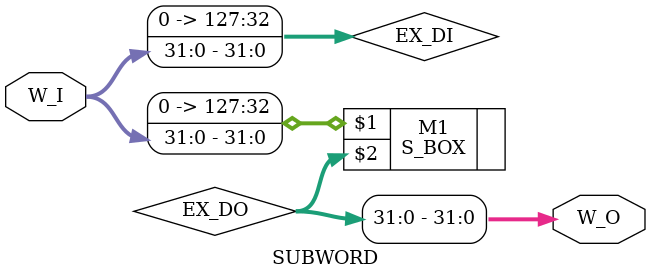
<source format=v>
module SUBWORD(
    input [31:0] W_I,
    output [31:0] W_O
);
    wire [127:0] EX_DI; // Để lưu trữ dữ liệu đầu vào cho S_BOX
    wire [127:0] EX_DO; // Để lưu trữ dữ liệu đầu ra từ S_BOX

    // Gán giá trị cho EX_DI
    assign EX_DI = {96'b0, W_I}; // Nạp 32 bit vào 128 bit

    // Gọi module S_BOX
    S_BOX M1 (EX_DI, EX_DO); // Giả sử S_BOX có cổng output_dat

    // Gán giá trị đầu ra
    assign W_O = EX_DO[31:0];    
endmodule
</source>
